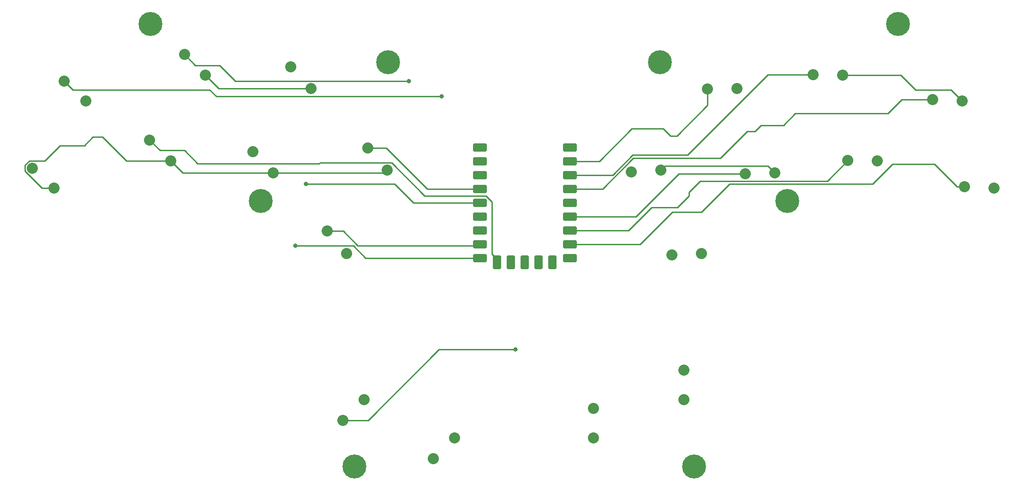
<source format=gbr>
%TF.GenerationSoftware,KiCad,Pcbnew,9.0.0*%
%TF.CreationDate,2025-02-21T22:06:12+01:00*%
%TF.ProjectId,chouchou_mini_choc,63686f75-6368-46f7-955f-6d696e695f63,v1.0.0*%
%TF.SameCoordinates,Original*%
%TF.FileFunction,Copper,L1,Top*%
%TF.FilePolarity,Positive*%
%FSLAX46Y46*%
G04 Gerber Fmt 4.6, Leading zero omitted, Abs format (unit mm)*
G04 Created by KiCad (PCBNEW 9.0.0) date 2025-02-21 22:06:12*
%MOMM*%
%LPD*%
G01*
G04 APERTURE LIST*
G04 Aperture macros list*
%AMRoundRect*
0 Rectangle with rounded corners*
0 $1 Rounding radius*
0 $2 $3 $4 $5 $6 $7 $8 $9 X,Y pos of 4 corners*
0 Add a 4 corners polygon primitive as box body*
4,1,4,$2,$3,$4,$5,$6,$7,$8,$9,$2,$3,0*
0 Add four circle primitives for the rounded corners*
1,1,$1+$1,$2,$3*
1,1,$1+$1,$4,$5*
1,1,$1+$1,$6,$7*
1,1,$1+$1,$8,$9*
0 Add four rect primitives between the rounded corners*
20,1,$1+$1,$2,$3,$4,$5,0*
20,1,$1+$1,$4,$5,$6,$7,0*
20,1,$1+$1,$6,$7,$8,$9,0*
20,1,$1+$1,$8,$9,$2,$3,0*%
G04 Aperture macros list end*
%TA.AperFunction,ComponentPad*%
%ADD10C,2.032000*%
%TD*%
%TA.AperFunction,ComponentPad*%
%ADD11C,0.700000*%
%TD*%
%TA.AperFunction,ComponentPad*%
%ADD12C,4.400000*%
%TD*%
%TA.AperFunction,ComponentPad*%
%ADD13RoundRect,0.400000X-0.900000X-0.400000X0.900000X-0.400000X0.900000X0.400000X-0.900000X0.400000X0*%
%TD*%
%TA.AperFunction,ComponentPad*%
%ADD14RoundRect,0.400050X-0.899950X-0.400050X0.899950X-0.400050X0.899950X0.400050X-0.899950X0.400050X0*%
%TD*%
%TA.AperFunction,ComponentPad*%
%ADD15RoundRect,0.400000X-0.400000X-0.900000X0.400000X-0.900000X0.400000X0.900000X-0.400000X0.900000X0*%
%TD*%
%TA.AperFunction,ComponentPad*%
%ADD16RoundRect,0.393700X-0.393700X-0.906300X0.393700X-0.906300X0.393700X0.906300X-0.393700X0.906300X0*%
%TD*%
%TA.AperFunction,ViaPad*%
%ADD17C,0.800000*%
%TD*%
%TA.AperFunction,Conductor*%
%ADD18C,0.250000*%
%TD*%
G04 APERTURE END LIST*
D10*
%TO.P,S23,1*%
%TO.N,GP13*%
X52125676Y-133338066D03*
%TO.P,S23,2*%
%TO.N,GND*%
X55974921Y-137158185D03*
%TD*%
%TO.P,S22,1*%
%TO.N,GP26*%
X36418760Y-122488531D03*
%TO.P,S22,2*%
%TO.N,GND*%
X40398981Y-126171986D03*
%TD*%
%TO.P,S21,1*%
%TO.N,GP12*%
X30604360Y-138463231D03*
%TO.P,S21,2*%
%TO.N,GND*%
X34584581Y-142146686D03*
%TD*%
%TO.P,S34,1*%
%TO.N,GP2*%
X173854186Y-121322032D03*
%TO.P,S34,2*%
%TO.N,GND*%
X179276779Y-121396085D03*
%TD*%
%TO.P,S25,1*%
%TO.N,GP14*%
X71097673Y-135419890D03*
%TO.P,S25,2*%
%TO.N,GND*%
X74811254Y-139372018D03*
%TD*%
%TO.P,S35,1*%
%TO.N,GP5*%
X161386872Y-139487256D03*
%TO.P,S35,2*%
%TO.N,GND*%
X166808746Y-139372018D03*
%TD*%
%TO.P,S38,1*%
%TO.N,GP0*%
X140481840Y-139142873D03*
%TO.P,S38,2*%
%TO.N,GND*%
X145896390Y-138838485D03*
%TD*%
%TO.P,S26,1*%
%TO.N,GP28*%
X78012173Y-119889590D03*
%TO.P,S26,2*%
%TO.N,GND*%
X81725754Y-123841718D03*
%TD*%
%TO.P,S39,1*%
%TO.N,GP8*%
X150112226Y-175569154D03*
%TO.P,S39,2*%
%TO.N,GND*%
X150132821Y-180992214D03*
%TD*%
%TO.P,S28,1*%
%TO.N,GP29*%
X92150219Y-134759163D03*
%TO.P,S28,2*%
%TO.N,GND*%
X95723610Y-138838485D03*
%TD*%
%TO.P,S40,1*%
%TO.N,GP9*%
X133543126Y-182602354D03*
%TO.P,S40,2*%
%TO.N,GND*%
X133563721Y-188025414D03*
%TD*%
%TO.P,S36,1*%
%TO.N,GP1*%
X154472372Y-123956956D03*
%TO.P,S36,2*%
%TO.N,GND*%
X159894246Y-123841718D03*
%TD*%
D11*
%TO.P,_6,1*%
%TO.N,N/C*%
X144251190Y-119725312D03*
X144174095Y-118464814D03*
X145197014Y-120562105D03*
X145010888Y-117518990D03*
D12*
X145734200Y-119002000D03*
D11*
X146457512Y-120485010D03*
X146271386Y-117441895D03*
X147294305Y-119539186D03*
X147217210Y-118278688D03*
%TD*%
%TO.P,_2,1*%
%TO.N,N/C*%
X187846307Y-112523233D03*
X187901392Y-111261580D03*
X188699480Y-113454308D03*
X188832467Y-110408407D03*
D12*
X189396800Y-111958900D03*
D11*
X189961133Y-113509393D03*
X190094120Y-110463492D03*
X190892208Y-112656220D03*
X190947293Y-111394567D03*
%TD*%
D10*
%TO.P,S37,1*%
%TO.N,GP4*%
X147934140Y-154422373D03*
%TO.P,S37,2*%
%TO.N,GND*%
X153348690Y-154117985D03*
%TD*%
D11*
%TO.P,_5,1*%
%TO.N,N/C*%
X94402790Y-118278688D03*
X94325695Y-119539186D03*
X95348614Y-117441895D03*
X96609112Y-117518990D03*
D12*
X95885800Y-119002000D03*
D11*
X95162488Y-120485010D03*
X96422986Y-120562105D03*
X97445905Y-118464814D03*
X97368810Y-119725312D03*
%TD*%
%TO.P,_3,1*%
%TO.N,N/C*%
X71026150Y-143816785D03*
X71942193Y-142947493D03*
X70993093Y-145079207D03*
X73204615Y-142980550D03*
D12*
X72533500Y-144487900D03*
D11*
X71862385Y-145995250D03*
X74073907Y-143896593D03*
X73124807Y-146028307D03*
X74040850Y-145159015D03*
%TD*%
D10*
%TO.P,S29,1*%
%TO.N,GP11*%
X87600563Y-184774203D03*
%TO.P,S29,2*%
%TO.N,GND*%
X91487279Y-180992214D03*
%TD*%
D11*
%TO.P,_7,1*%
%TO.N,N/C*%
X89007294Y-194768333D03*
X88122147Y-193867601D03*
X90270101Y-194779353D03*
X88133167Y-192604794D03*
D12*
X89652000Y-193249500D03*
D11*
X91170833Y-193894206D03*
X89033899Y-191719647D03*
X91181853Y-192631399D03*
X90296706Y-191730667D03*
%TD*%
D13*
%TO.P,RP2040Zero1,1*%
%TO.N,GP0*%
X129190000Y-134675600D03*
X129190000Y-134675600D03*
%TO.P,RP2040Zero1,2*%
%TO.N,GP1*%
X129190000Y-137215600D03*
X129190000Y-137215600D03*
%TO.P,RP2040Zero1,3*%
%TO.N,GP2*%
X129190000Y-139755600D03*
X129190000Y-139755600D03*
%TO.P,RP2040Zero1,4*%
%TO.N,GP3*%
X129190000Y-142295600D03*
X129190000Y-142295600D03*
%TO.P,RP2040Zero1,5*%
%TO.N,GP4*%
X129190000Y-144835600D03*
X129190000Y-144835600D03*
D14*
%TO.P,RP2040Zero1,6*%
%TO.N,GP5*%
X129190000Y-147375600D03*
X129190000Y-147375600D03*
%TO.P,RP2040Zero1,7*%
%TO.N,GP6*%
X129190000Y-149915600D03*
X129190000Y-149915600D03*
%TO.P,RP2040Zero1,8*%
%TO.N,GP7*%
X129190000Y-152455600D03*
X129190000Y-152455600D03*
%TO.P,RP2040Zero1,9*%
%TO.N,GP8*%
X129190000Y-154995600D03*
X129190000Y-154995600D03*
D15*
%TO.P,RP2040Zero1,10*%
%TO.N,GP9*%
X126050000Y-155805600D03*
X126050000Y-155805600D03*
D16*
%TO.P,RP2040Zero1,11*%
%TO.N,GP10*%
X123510000Y-155805600D03*
X123510000Y-155805600D03*
%TO.P,RP2040Zero1,12*%
%TO.N,GP11*%
X120970000Y-155805600D03*
X120970000Y-155805600D03*
%TO.P,RP2040Zero1,13*%
%TO.N,GP12*%
X118430000Y-155805600D03*
X118430000Y-155805600D03*
%TO.P,RP2040Zero1,14*%
%TO.N,GP13*%
X115890000Y-155805600D03*
X115890000Y-155805600D03*
D14*
%TO.P,RP2040Zero1,15*%
%TO.N,GP14*%
X112750000Y-154995600D03*
X112750000Y-154995600D03*
%TO.P,RP2040Zero1,16*%
%TO.N,GP15*%
X112750000Y-152455600D03*
X112750000Y-152455600D03*
%TO.P,RP2040Zero1,17*%
%TO.N,GP26*%
X112750000Y-149915600D03*
X112750000Y-149915600D03*
%TO.P,RP2040Zero1,18*%
%TO.N,GP27*%
X112750000Y-147375600D03*
X112750000Y-147375600D03*
%TO.P,RP2040Zero1,19*%
%TO.N,P5V*%
X112750000Y-134675600D03*
X112750000Y-134675600D03*
%TO.P,RP2040Zero1,20*%
%TO.N,GND*%
X112750000Y-137215600D03*
X112750000Y-137215600D03*
%TO.P,RP2040Zero1,21*%
%TO.N,P3V3*%
X112750000Y-139755600D03*
X112750000Y-139755600D03*
%TO.P,RP2040Zero1,22*%
%TO.N,GP28*%
X112750000Y-144835600D03*
X112750000Y-144835600D03*
%TO.P,RP2040Zero1,23*%
%TO.N,GP29*%
X112750000Y-142295600D03*
X112750000Y-142295600D03*
%TD*%
D10*
%TO.P,S31,1*%
%TO.N,GP7*%
X201618713Y-141883433D03*
%TO.P,S31,2*%
%TO.N,GND*%
X207035419Y-142146686D03*
%TD*%
%TO.P,S33,1*%
%TO.N,GP6*%
X180222486Y-137084132D03*
%TO.P,S33,2*%
%TO.N,GND*%
X185645079Y-137158185D03*
%TD*%
%TO.P,S27,1*%
%TO.N,GP15*%
X84697919Y-150038663D03*
%TO.P,S27,2*%
%TO.N,GND*%
X88271310Y-154117985D03*
%TD*%
D11*
%TO.P,_8,1*%
%TO.N,N/C*%
X151323294Y-191730667D03*
X152586101Y-191719647D03*
X150438147Y-192631399D03*
X153486833Y-192604794D03*
D12*
X151968000Y-193249500D03*
D11*
X150449167Y-193894206D03*
X153497853Y-193867601D03*
X151349899Y-194779353D03*
X152612706Y-194768333D03*
%TD*%
D10*
%TO.P,S30,1*%
%TO.N,GP10*%
X104169563Y-191807403D03*
%TO.P,S30,2*%
%TO.N,GND*%
X108056279Y-188025414D03*
%TD*%
%TO.P,S32,1*%
%TO.N,GP3*%
X195804313Y-125908733D03*
%TO.P,S32,2*%
%TO.N,GND*%
X201221019Y-126171986D03*
%TD*%
D11*
%TO.P,_4,1*%
%TO.N,N/C*%
X167579150Y-145159015D03*
X167546093Y-143896593D03*
X168495193Y-146028307D03*
X168415385Y-142980550D03*
D12*
X169086500Y-144487900D03*
D11*
X169757615Y-145995250D03*
X169677807Y-142947493D03*
X170626907Y-145079207D03*
X170593850Y-143816785D03*
%TD*%
D10*
%TO.P,S24,1*%
%TO.N,GP27*%
X58493976Y-117575966D03*
%TO.P,S24,2*%
%TO.N,GND*%
X62343221Y-121396085D03*
%TD*%
D11*
%TO.P,_1,1*%
%TO.N,N/C*%
X50672707Y-111394567D03*
X51525880Y-110463492D03*
X50727792Y-112656220D03*
X52787533Y-110408407D03*
D12*
X52223200Y-111958900D03*
D11*
X51658867Y-113509393D03*
X53718608Y-111261580D03*
X52920520Y-113454308D03*
X53773693Y-112523233D03*
%TD*%
D17*
%TO.N,GP26*%
X105703600Y-125292100D03*
%TO.N,GP27*%
X99706800Y-122470400D03*
%TO.N,GP14*%
X78865600Y-152748800D03*
%TO.N,GP28*%
X80760700Y-141344700D03*
%TO.N,GP11*%
X119250700Y-171748000D03*
%TD*%
D18*
%TO.N,GND*%
X192608700Y-124095900D02*
X189908900Y-121396100D01*
X146659200Y-138075700D02*
X165512400Y-138075700D01*
X30048200Y-137120500D02*
X32844200Y-137120500D01*
X40124100Y-134311300D02*
X41723300Y-132712100D01*
X145896400Y-138838500D02*
X146659200Y-138075700D01*
X34584600Y-142146700D02*
X32389000Y-142146700D01*
X35653400Y-134311300D02*
X40124100Y-134311300D01*
X189908900Y-121396100D02*
X179276800Y-121396100D01*
X95190100Y-139372000D02*
X95723600Y-138838500D01*
X81725800Y-123841700D02*
X64788800Y-123841700D01*
X58188700Y-139372000D02*
X55974900Y-137158200D01*
X32389000Y-142146700D02*
X29261700Y-139019400D01*
X29261700Y-139019400D02*
X29261700Y-137907000D01*
X43443800Y-132712100D02*
X47889900Y-137158200D01*
X201221000Y-126172000D02*
X199144900Y-124095900D01*
X41723300Y-132712100D02*
X43443800Y-132712100D01*
X64788800Y-123841700D02*
X62343200Y-121396100D01*
X199144900Y-124095900D02*
X192608700Y-124095900D01*
X32844200Y-137120500D02*
X35653400Y-134311300D01*
X29261700Y-137907000D02*
X30048200Y-137120500D01*
X47889900Y-137158200D02*
X55974900Y-137158200D01*
X74811300Y-139372000D02*
X95190100Y-139372000D01*
X74811300Y-139372000D02*
X58188700Y-139372000D01*
X165512400Y-138075700D02*
X166808700Y-139372000D01*
%TO.N,GP26*%
X64342500Y-125292100D02*
X105703600Y-125292100D01*
X38001400Y-124071100D02*
X63121500Y-124071100D01*
X63121500Y-124071100D02*
X64342500Y-125292100D01*
X36418800Y-122488500D02*
X38001400Y-124071100D01*
%TO.N,GP13*%
X60941600Y-137682400D02*
X58488300Y-135229100D01*
X115890000Y-155205600D02*
X114917700Y-154233300D01*
X83400300Y-137484800D02*
X83202700Y-137682400D01*
X54016700Y-135229100D02*
X52125700Y-133338100D01*
X114917700Y-154233300D02*
X114917700Y-144657400D01*
X113825900Y-143565600D02*
X102584100Y-143565600D01*
X83202700Y-137682400D02*
X60941600Y-137682400D01*
X96503300Y-137484800D02*
X83400300Y-137484800D01*
X102584100Y-143565600D02*
X96503300Y-137484800D01*
X58488300Y-135229100D02*
X54016700Y-135229100D01*
X114917700Y-144657400D02*
X113825900Y-143565600D01*
%TO.N,GP27*%
X99706800Y-122470400D02*
X67860000Y-122470400D01*
X67860000Y-122470400D02*
X64968500Y-119578900D01*
X60496900Y-119578900D02*
X58494000Y-117576000D01*
X64968500Y-119578900D02*
X60496900Y-119578900D01*
%TO.N,GP14*%
X113350000Y-154995600D02*
X91732200Y-154995600D01*
X89485400Y-152748800D02*
X78865600Y-152748800D01*
X91732200Y-154995600D02*
X89485400Y-152748800D01*
%TO.N,GP28*%
X100514000Y-144835600D02*
X97023100Y-141344700D01*
X113350000Y-144835600D02*
X100514000Y-144835600D01*
X97023100Y-141344700D02*
X80760700Y-141344700D01*
%TO.N,GP15*%
X87639300Y-150038700D02*
X84697900Y-150038700D01*
X113350000Y-152455600D02*
X113109100Y-152696500D01*
X113109100Y-152696500D02*
X90297100Y-152696500D01*
X90297100Y-152696500D02*
X87639300Y-150038700D01*
%TO.N,GP29*%
X95553500Y-134759200D02*
X92150200Y-134759200D01*
X113350000Y-142295600D02*
X103089900Y-142295600D01*
X103089900Y-142295600D02*
X95553500Y-134759200D01*
%TO.N,GP11*%
X105222900Y-171748000D02*
X119250700Y-171748000D01*
X92196700Y-184774200D02*
X105222900Y-171748000D01*
X87600600Y-184774200D02*
X92196700Y-184774200D01*
%TO.N,GP7*%
X188407400Y-137719700D02*
X196137200Y-137719700D01*
X196137200Y-137719700D02*
X200300900Y-141883400D01*
X128590000Y-152455600D02*
X142100500Y-152455600D01*
X200300900Y-141883400D02*
X201618700Y-141883400D01*
X142100500Y-152455600D02*
X148032200Y-146523900D01*
X153397500Y-146523900D02*
X158558100Y-141363300D01*
X158558100Y-141363300D02*
X184763800Y-141363300D01*
X184763800Y-141363300D02*
X188407400Y-137719700D01*
X148032200Y-146523900D02*
X153397500Y-146523900D01*
%TO.N,GP3*%
X163168300Y-131692400D02*
X164261400Y-130599300D01*
X164261400Y-130599300D02*
X168393100Y-130599300D01*
X168393100Y-130599300D02*
X170577900Y-128414500D01*
X170577900Y-128414500D02*
X187567500Y-128414500D01*
X128590000Y-142295600D02*
X135195700Y-142295600D01*
X140819500Y-136671800D02*
X156798400Y-136671800D01*
X187567500Y-128414500D02*
X190073300Y-125908700D01*
X135195700Y-142295600D02*
X140819500Y-136671800D01*
X156798400Y-136671800D02*
X161777800Y-131692400D01*
X190073300Y-125908700D02*
X195804300Y-125908700D01*
X161777800Y-131692400D02*
X163168300Y-131692400D01*
%TO.N,GP6*%
X144187400Y-145702000D02*
X139973800Y-149915600D01*
X139973800Y-149915600D02*
X128590000Y-149915600D01*
X153073100Y-140855200D02*
X151042500Y-142885800D01*
X180222500Y-137084100D02*
X176451400Y-140855200D01*
X151042500Y-143599900D02*
X148940400Y-145702000D01*
X176451400Y-140855200D02*
X153073100Y-140855200D01*
X151042500Y-142885800D02*
X151042500Y-143599900D01*
X148940400Y-145702000D02*
X144187400Y-145702000D01*
%TO.N,GP2*%
X128590000Y-139755600D02*
X137061900Y-139755600D01*
X137061900Y-139755600D02*
X140756400Y-136061100D01*
X165513400Y-121322000D02*
X173854200Y-121322000D01*
X150774300Y-136061100D02*
X165513400Y-121322000D01*
X140756400Y-136061100D02*
X150774300Y-136061100D01*
%TO.N,GP5*%
X149197100Y-139487300D02*
X161386900Y-139487300D01*
X128590000Y-147375600D02*
X141308800Y-147375600D01*
X141308800Y-147375600D02*
X149197100Y-139487300D01*
%TO.N,GP1*%
X146354300Y-131244500D02*
X147662000Y-132552200D01*
X128590000Y-137215600D02*
X134608700Y-137215600D01*
X146354300Y-131244400D02*
X146354300Y-131244500D01*
X140579900Y-131244400D02*
X146354300Y-131244400D01*
X147662000Y-132552200D02*
X148844900Y-132552200D01*
X148844900Y-132552200D02*
X154472400Y-126924700D01*
X134608700Y-137215600D02*
X140579900Y-131244400D01*
X154472400Y-126924700D02*
X154472400Y-123957000D01*
%TD*%
M02*

</source>
